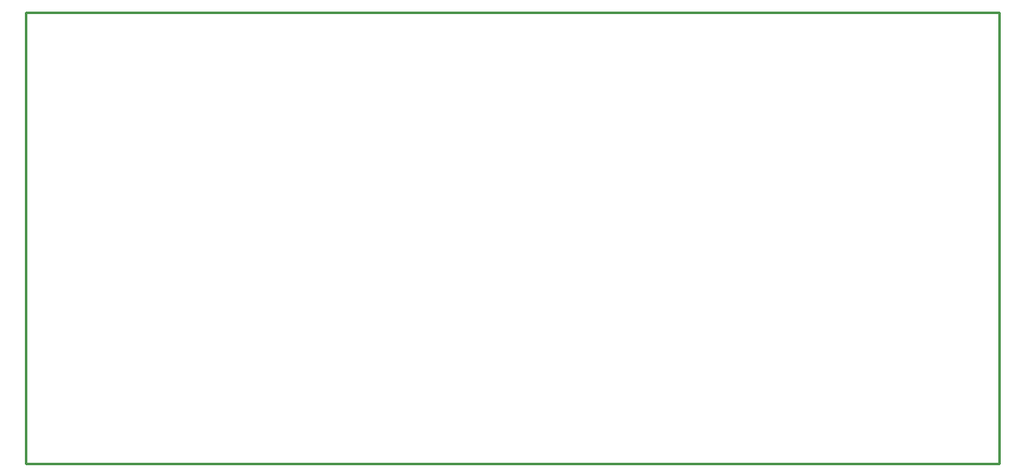
<source format=gko>
G04 EAGLE Gerber RS-274X export*
G75*
%MOMM*%
%FSLAX34Y34*%
%LPD*%
%INBoard Outline*%
%IPPOS*%
%AMOC8*
5,1,8,0,0,1.08239X$1,22.5*%
G01*
%ADD10C,0.000000*%
%ADD11C,0.254000*%


D10*
X0Y0D02*
X993650Y0D01*
X993650Y461225D01*
X0Y461225D01*
X0Y0D01*
D11*
X0Y0D02*
X993650Y0D01*
X993650Y461225D01*
X0Y461225D01*
X0Y0D01*
M02*

</source>
